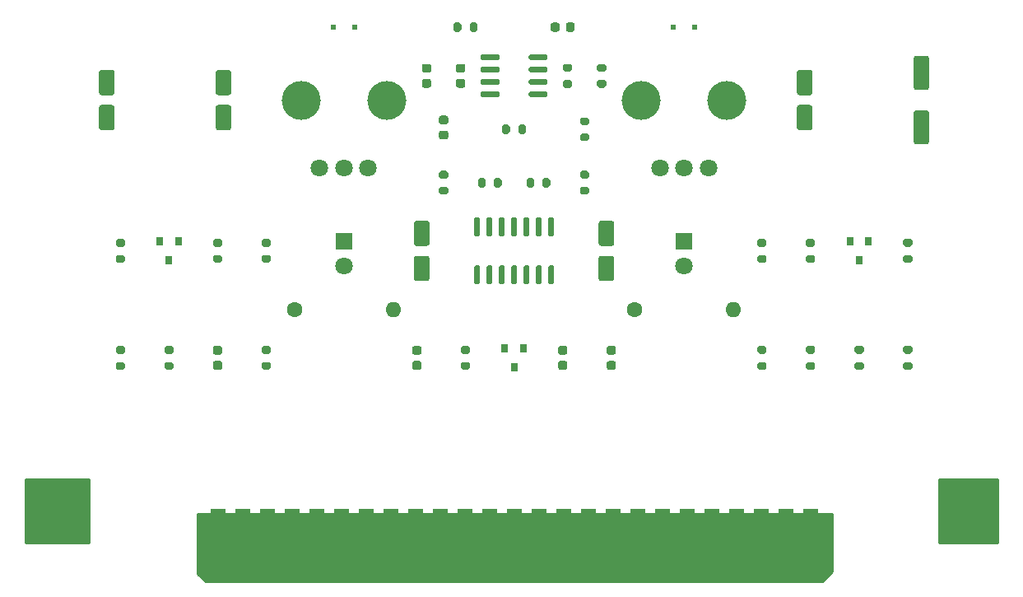
<source format=gbr>
G04 #@! TF.GenerationSoftware,KiCad,Pcbnew,(5.1.7)-1*
G04 #@! TF.CreationDate,2022-03-27T19:42:16-05:00*
G04 #@! TF.ProjectId,ConsolePedalBlueSoxSMT,436f6e73-6f6c-4655-9065-64616c426c75,rev?*
G04 #@! TF.SameCoordinates,Original*
G04 #@! TF.FileFunction,Soldermask,Top*
G04 #@! TF.FilePolarity,Negative*
%FSLAX46Y46*%
G04 Gerber Fmt 4.6, Leading zero omitted, Abs format (unit mm)*
G04 Created by KiCad (PCBNEW (5.1.7)-1) date 2022-03-27 19:42:16*
%MOMM*%
%LPD*%
G01*
G04 APERTURE LIST*
%ADD10C,1.600000*%
%ADD11O,1.600000X1.600000*%
%ADD12R,1.800000X1.800000*%
%ADD13C,1.800000*%
%ADD14C,5.000000*%
%ADD15R,1.500000X7.000000*%
%ADD16C,4.000000*%
%ADD17R,0.500000X0.500000*%
%ADD18R,0.800000X0.900000*%
%ADD19C,0.254000*%
%ADD20C,0.100000*%
G04 APERTURE END LIST*
D10*
G04 #@! TO.C,R21*
X110170000Y-102000000D03*
D11*
X120330000Y-102000000D03*
G04 #@! TD*
D12*
G04 #@! TO.C,D3*
X115250000Y-95000000D03*
D13*
X115250000Y-97540000D03*
G04 #@! TD*
G04 #@! TO.C,D4*
X150250000Y-97540000D03*
D12*
X150250000Y-95000000D03*
G04 #@! TD*
D14*
G04 #@! TO.C,H1*
X85350000Y-122600000D03*
G04 #@! TD*
G04 #@! TO.C,H2*
X180150000Y-122600000D03*
G04 #@! TD*
D15*
G04 #@! TO.C,J1*
X163230000Y-126000000D03*
X160690000Y-126000000D03*
X158150000Y-126000000D03*
X155610000Y-126000000D03*
X153070000Y-126000000D03*
X150530000Y-126000000D03*
X147990000Y-126000000D03*
X145450000Y-126000000D03*
X142910000Y-126000000D03*
X140370000Y-126000000D03*
X137830000Y-126000000D03*
X135290000Y-126000000D03*
X132750000Y-126000000D03*
X130210000Y-126000000D03*
X127670000Y-126000000D03*
X125130000Y-126000000D03*
X122590000Y-126000000D03*
X120050000Y-126000000D03*
X117510000Y-126000000D03*
X114970000Y-126000000D03*
X112430000Y-126000000D03*
X109890000Y-126000000D03*
X107350000Y-126000000D03*
X104810000Y-126000000D03*
X102270000Y-126000000D03*
G04 #@! TD*
D13*
G04 #@! TO.C,RV1*
X147750000Y-87500000D03*
X150250000Y-87500000D03*
X152750000Y-87500000D03*
D16*
X145850000Y-80500000D03*
X154650000Y-80500000D03*
G04 #@! TD*
G04 #@! TO.C,RV2*
X119650000Y-80500000D03*
X110850000Y-80500000D03*
D13*
X117750000Y-87500000D03*
X115250000Y-87500000D03*
X112750000Y-87500000D03*
G04 #@! TD*
G04 #@! TO.C,C1*
G36*
G01*
X102000000Y-105775000D02*
X102500000Y-105775000D01*
G75*
G02*
X102725000Y-106000000I0J-225000D01*
G01*
X102725000Y-106450000D01*
G75*
G02*
X102500000Y-106675000I-225000J0D01*
G01*
X102000000Y-106675000D01*
G75*
G02*
X101775000Y-106450000I0J225000D01*
G01*
X101775000Y-106000000D01*
G75*
G02*
X102000000Y-105775000I225000J0D01*
G01*
G37*
G36*
G01*
X102000000Y-107325000D02*
X102500000Y-107325000D01*
G75*
G02*
X102725000Y-107550000I0J-225000D01*
G01*
X102725000Y-108000000D01*
G75*
G02*
X102500000Y-108225000I-225000J0D01*
G01*
X102000000Y-108225000D01*
G75*
G02*
X101775000Y-108000000I0J225000D01*
G01*
X101775000Y-107550000D01*
G75*
G02*
X102000000Y-107325000I225000J0D01*
G01*
G37*
G04 #@! TD*
G04 #@! TO.C,C2*
G36*
G01*
X125750000Y-82987000D02*
X125250000Y-82987000D01*
G75*
G02*
X125025000Y-82762000I0J225000D01*
G01*
X125025000Y-82312000D01*
G75*
G02*
X125250000Y-82087000I225000J0D01*
G01*
X125750000Y-82087000D01*
G75*
G02*
X125975000Y-82312000I0J-225000D01*
G01*
X125975000Y-82762000D01*
G75*
G02*
X125750000Y-82987000I-225000J0D01*
G01*
G37*
G36*
G01*
X125750000Y-84537000D02*
X125250000Y-84537000D01*
G75*
G02*
X125025000Y-84312000I0J225000D01*
G01*
X125025000Y-83862000D01*
G75*
G02*
X125250000Y-83637000I225000J0D01*
G01*
X125750000Y-83637000D01*
G75*
G02*
X125975000Y-83862000I0J-225000D01*
G01*
X125975000Y-84312000D01*
G75*
G02*
X125750000Y-84537000I-225000J0D01*
G01*
G37*
G04 #@! TD*
G04 #@! TO.C,C3*
G36*
G01*
X124000000Y-79225000D02*
X123500000Y-79225000D01*
G75*
G02*
X123275000Y-79000000I0J225000D01*
G01*
X123275000Y-78550000D01*
G75*
G02*
X123500000Y-78325000I225000J0D01*
G01*
X124000000Y-78325000D01*
G75*
G02*
X124225000Y-78550000I0J-225000D01*
G01*
X124225000Y-79000000D01*
G75*
G02*
X124000000Y-79225000I-225000J0D01*
G01*
G37*
G36*
G01*
X124000000Y-77675000D02*
X123500000Y-77675000D01*
G75*
G02*
X123275000Y-77450000I0J225000D01*
G01*
X123275000Y-77000000D01*
G75*
G02*
X123500000Y-76775000I225000J0D01*
G01*
X124000000Y-76775000D01*
G75*
G02*
X124225000Y-77000000I0J-225000D01*
G01*
X124225000Y-77450000D01*
G75*
G02*
X124000000Y-77675000I-225000J0D01*
G01*
G37*
G04 #@! TD*
G04 #@! TO.C,C4*
G36*
G01*
X102300000Y-77400000D02*
X103400000Y-77400000D01*
G75*
G02*
X103650000Y-77650000I0J-250000D01*
G01*
X103650000Y-79750000D01*
G75*
G02*
X103400000Y-80000000I-250000J0D01*
G01*
X102300000Y-80000000D01*
G75*
G02*
X102050000Y-79750000I0J250000D01*
G01*
X102050000Y-77650000D01*
G75*
G02*
X102300000Y-77400000I250000J0D01*
G01*
G37*
G36*
G01*
X102300000Y-81000000D02*
X103400000Y-81000000D01*
G75*
G02*
X103650000Y-81250000I0J-250000D01*
G01*
X103650000Y-83350000D01*
G75*
G02*
X103400000Y-83600000I-250000J0D01*
G01*
X102300000Y-83600000D01*
G75*
G02*
X102050000Y-83350000I0J250000D01*
G01*
X102050000Y-81250000D01*
G75*
G02*
X102300000Y-81000000I250000J0D01*
G01*
G37*
G04 #@! TD*
G04 #@! TO.C,C5*
G36*
G01*
X138075000Y-73250000D02*
X138075000Y-72750000D01*
G75*
G02*
X138300000Y-72525000I225000J0D01*
G01*
X138750000Y-72525000D01*
G75*
G02*
X138975000Y-72750000I0J-225000D01*
G01*
X138975000Y-73250000D01*
G75*
G02*
X138750000Y-73475000I-225000J0D01*
G01*
X138300000Y-73475000D01*
G75*
G02*
X138075000Y-73250000I0J225000D01*
G01*
G37*
G36*
G01*
X136525000Y-73250000D02*
X136525000Y-72750000D01*
G75*
G02*
X136750000Y-72525000I225000J0D01*
G01*
X137200000Y-72525000D01*
G75*
G02*
X137425000Y-72750000I0J-225000D01*
G01*
X137425000Y-73250000D01*
G75*
G02*
X137200000Y-73475000I-225000J0D01*
G01*
X136750000Y-73475000D01*
G75*
G02*
X136525000Y-73250000I0J225000D01*
G01*
G37*
G04 #@! TD*
G04 #@! TO.C,C6*
G36*
G01*
X90300000Y-81000000D02*
X91400000Y-81000000D01*
G75*
G02*
X91650000Y-81250000I0J-250000D01*
G01*
X91650000Y-83350000D01*
G75*
G02*
X91400000Y-83600000I-250000J0D01*
G01*
X90300000Y-83600000D01*
G75*
G02*
X90050000Y-83350000I0J250000D01*
G01*
X90050000Y-81250000D01*
G75*
G02*
X90300000Y-81000000I250000J0D01*
G01*
G37*
G36*
G01*
X90300000Y-77400000D02*
X91400000Y-77400000D01*
G75*
G02*
X91650000Y-77650000I0J-250000D01*
G01*
X91650000Y-79750000D01*
G75*
G02*
X91400000Y-80000000I-250000J0D01*
G01*
X90300000Y-80000000D01*
G75*
G02*
X90050000Y-79750000I0J250000D01*
G01*
X90050000Y-77650000D01*
G75*
G02*
X90300000Y-77400000I250000J0D01*
G01*
G37*
G04 #@! TD*
G04 #@! TO.C,C7*
G36*
G01*
X162100000Y-77400000D02*
X163200000Y-77400000D01*
G75*
G02*
X163450000Y-77650000I0J-250000D01*
G01*
X163450000Y-79750000D01*
G75*
G02*
X163200000Y-80000000I-250000J0D01*
G01*
X162100000Y-80000000D01*
G75*
G02*
X161850000Y-79750000I0J250000D01*
G01*
X161850000Y-77650000D01*
G75*
G02*
X162100000Y-77400000I250000J0D01*
G01*
G37*
G36*
G01*
X162100000Y-81000000D02*
X163200000Y-81000000D01*
G75*
G02*
X163450000Y-81250000I0J-250000D01*
G01*
X163450000Y-83350000D01*
G75*
G02*
X163200000Y-83600000I-250000J0D01*
G01*
X162100000Y-83600000D01*
G75*
G02*
X161850000Y-83350000I0J250000D01*
G01*
X161850000Y-81250000D01*
G75*
G02*
X162100000Y-81000000I250000J0D01*
G01*
G37*
G04 #@! TD*
G04 #@! TO.C,C8*
G36*
G01*
X138000000Y-106675000D02*
X137500000Y-106675000D01*
G75*
G02*
X137275000Y-106450000I0J225000D01*
G01*
X137275000Y-106000000D01*
G75*
G02*
X137500000Y-105775000I225000J0D01*
G01*
X138000000Y-105775000D01*
G75*
G02*
X138225000Y-106000000I0J-225000D01*
G01*
X138225000Y-106450000D01*
G75*
G02*
X138000000Y-106675000I-225000J0D01*
G01*
G37*
G36*
G01*
X138000000Y-108225000D02*
X137500000Y-108225000D01*
G75*
G02*
X137275000Y-108000000I0J225000D01*
G01*
X137275000Y-107550000D01*
G75*
G02*
X137500000Y-107325000I225000J0D01*
G01*
X138000000Y-107325000D01*
G75*
G02*
X138225000Y-107550000I0J-225000D01*
G01*
X138225000Y-108000000D01*
G75*
G02*
X138000000Y-108225000I-225000J0D01*
G01*
G37*
G04 #@! TD*
G04 #@! TO.C,C9*
G36*
G01*
X142500000Y-105775000D02*
X143000000Y-105775000D01*
G75*
G02*
X143225000Y-106000000I0J-225000D01*
G01*
X143225000Y-106450000D01*
G75*
G02*
X143000000Y-106675000I-225000J0D01*
G01*
X142500000Y-106675000D01*
G75*
G02*
X142275000Y-106450000I0J225000D01*
G01*
X142275000Y-106000000D01*
G75*
G02*
X142500000Y-105775000I225000J0D01*
G01*
G37*
G36*
G01*
X142500000Y-107325000D02*
X143000000Y-107325000D01*
G75*
G02*
X143225000Y-107550000I0J-225000D01*
G01*
X143225000Y-108000000D01*
G75*
G02*
X143000000Y-108225000I-225000J0D01*
G01*
X142500000Y-108225000D01*
G75*
G02*
X142275000Y-108000000I0J225000D01*
G01*
X142275000Y-107550000D01*
G75*
G02*
X142500000Y-107325000I225000J0D01*
G01*
G37*
G04 #@! TD*
G04 #@! TO.C,C10*
G36*
G01*
X127500000Y-77675000D02*
X127000000Y-77675000D01*
G75*
G02*
X126775000Y-77450000I0J225000D01*
G01*
X126775000Y-77000000D01*
G75*
G02*
X127000000Y-76775000I225000J0D01*
G01*
X127500000Y-76775000D01*
G75*
G02*
X127725000Y-77000000I0J-225000D01*
G01*
X127725000Y-77450000D01*
G75*
G02*
X127500000Y-77675000I-225000J0D01*
G01*
G37*
G36*
G01*
X127500000Y-79225000D02*
X127000000Y-79225000D01*
G75*
G02*
X126775000Y-79000000I0J225000D01*
G01*
X126775000Y-78550000D01*
G75*
G02*
X127000000Y-78325000I225000J0D01*
G01*
X127500000Y-78325000D01*
G75*
G02*
X127725000Y-78550000I0J-225000D01*
G01*
X127725000Y-79000000D01*
G75*
G02*
X127500000Y-79225000I-225000J0D01*
G01*
G37*
G04 #@! TD*
G04 #@! TO.C,C100*
G36*
G01*
X174100000Y-75950000D02*
X175200000Y-75950000D01*
G75*
G02*
X175450000Y-76200000I0J-250000D01*
G01*
X175450000Y-79200000D01*
G75*
G02*
X175200000Y-79450000I-250000J0D01*
G01*
X174100000Y-79450000D01*
G75*
G02*
X173850000Y-79200000I0J250000D01*
G01*
X173850000Y-76200000D01*
G75*
G02*
X174100000Y-75950000I250000J0D01*
G01*
G37*
G36*
G01*
X174100000Y-81550000D02*
X175200000Y-81550000D01*
G75*
G02*
X175450000Y-81800000I0J-250000D01*
G01*
X175450000Y-84800000D01*
G75*
G02*
X175200000Y-85050000I-250000J0D01*
G01*
X174100000Y-85050000D01*
G75*
G02*
X173850000Y-84800000I0J250000D01*
G01*
X173850000Y-81800000D01*
G75*
G02*
X174100000Y-81550000I250000J0D01*
G01*
G37*
G04 #@! TD*
G04 #@! TO.C,C101*
G36*
G01*
X122700000Y-96500000D02*
X123800000Y-96500000D01*
G75*
G02*
X124050000Y-96750000I0J-250000D01*
G01*
X124050000Y-98850000D01*
G75*
G02*
X123800000Y-99100000I-250000J0D01*
G01*
X122700000Y-99100000D01*
G75*
G02*
X122450000Y-98850000I0J250000D01*
G01*
X122450000Y-96750000D01*
G75*
G02*
X122700000Y-96500000I250000J0D01*
G01*
G37*
G36*
G01*
X122700000Y-92900000D02*
X123800000Y-92900000D01*
G75*
G02*
X124050000Y-93150000I0J-250000D01*
G01*
X124050000Y-95250000D01*
G75*
G02*
X123800000Y-95500000I-250000J0D01*
G01*
X122700000Y-95500000D01*
G75*
G02*
X122450000Y-95250000I0J250000D01*
G01*
X122450000Y-93150000D01*
G75*
G02*
X122700000Y-92900000I250000J0D01*
G01*
G37*
G04 #@! TD*
G04 #@! TO.C,C102*
G36*
G01*
X141700000Y-92900000D02*
X142800000Y-92900000D01*
G75*
G02*
X143050000Y-93150000I0J-250000D01*
G01*
X143050000Y-95250000D01*
G75*
G02*
X142800000Y-95500000I-250000J0D01*
G01*
X141700000Y-95500000D01*
G75*
G02*
X141450000Y-95250000I0J250000D01*
G01*
X141450000Y-93150000D01*
G75*
G02*
X141700000Y-92900000I250000J0D01*
G01*
G37*
G36*
G01*
X141700000Y-96500000D02*
X142800000Y-96500000D01*
G75*
G02*
X143050000Y-96750000I0J-250000D01*
G01*
X143050000Y-98850000D01*
G75*
G02*
X142800000Y-99100000I-250000J0D01*
G01*
X141700000Y-99100000D01*
G75*
G02*
X141450000Y-98850000I0J250000D01*
G01*
X141450000Y-96750000D01*
G75*
G02*
X141700000Y-96500000I250000J0D01*
G01*
G37*
G04 #@! TD*
G04 #@! TO.C,C103*
G36*
G01*
X123000000Y-108225000D02*
X122500000Y-108225000D01*
G75*
G02*
X122275000Y-108000000I0J225000D01*
G01*
X122275000Y-107550000D01*
G75*
G02*
X122500000Y-107325000I225000J0D01*
G01*
X123000000Y-107325000D01*
G75*
G02*
X123225000Y-107550000I0J-225000D01*
G01*
X123225000Y-108000000D01*
G75*
G02*
X123000000Y-108225000I-225000J0D01*
G01*
G37*
G36*
G01*
X123000000Y-106675000D02*
X122500000Y-106675000D01*
G75*
G02*
X122275000Y-106450000I0J225000D01*
G01*
X122275000Y-106000000D01*
G75*
G02*
X122500000Y-105775000I225000J0D01*
G01*
X123000000Y-105775000D01*
G75*
G02*
X123225000Y-106000000I0J-225000D01*
G01*
X123225000Y-106450000D01*
G75*
G02*
X123000000Y-106675000I-225000J0D01*
G01*
G37*
G04 #@! TD*
D17*
G04 #@! TO.C,D1*
X149150000Y-73000000D03*
X151350000Y-73000000D03*
G04 #@! TD*
G04 #@! TO.C,D2*
X114150000Y-73000000D03*
X116350000Y-73000000D03*
G04 #@! TD*
G04 #@! TO.C,IC1*
G36*
G01*
X129090000Y-99450000D02*
X128790000Y-99450000D01*
G75*
G02*
X128640000Y-99300000I0J150000D01*
G01*
X128640000Y-97650000D01*
G75*
G02*
X128790000Y-97500000I150000J0D01*
G01*
X129090000Y-97500000D01*
G75*
G02*
X129240000Y-97650000I0J-150000D01*
G01*
X129240000Y-99300000D01*
G75*
G02*
X129090000Y-99450000I-150000J0D01*
G01*
G37*
G36*
G01*
X130360000Y-99450000D02*
X130060000Y-99450000D01*
G75*
G02*
X129910000Y-99300000I0J150000D01*
G01*
X129910000Y-97650000D01*
G75*
G02*
X130060000Y-97500000I150000J0D01*
G01*
X130360000Y-97500000D01*
G75*
G02*
X130510000Y-97650000I0J-150000D01*
G01*
X130510000Y-99300000D01*
G75*
G02*
X130360000Y-99450000I-150000J0D01*
G01*
G37*
G36*
G01*
X131630000Y-99450000D02*
X131330000Y-99450000D01*
G75*
G02*
X131180000Y-99300000I0J150000D01*
G01*
X131180000Y-97650000D01*
G75*
G02*
X131330000Y-97500000I150000J0D01*
G01*
X131630000Y-97500000D01*
G75*
G02*
X131780000Y-97650000I0J-150000D01*
G01*
X131780000Y-99300000D01*
G75*
G02*
X131630000Y-99450000I-150000J0D01*
G01*
G37*
G36*
G01*
X132900000Y-99450000D02*
X132600000Y-99450000D01*
G75*
G02*
X132450000Y-99300000I0J150000D01*
G01*
X132450000Y-97650000D01*
G75*
G02*
X132600000Y-97500000I150000J0D01*
G01*
X132900000Y-97500000D01*
G75*
G02*
X133050000Y-97650000I0J-150000D01*
G01*
X133050000Y-99300000D01*
G75*
G02*
X132900000Y-99450000I-150000J0D01*
G01*
G37*
G36*
G01*
X134170000Y-99450000D02*
X133870000Y-99450000D01*
G75*
G02*
X133720000Y-99300000I0J150000D01*
G01*
X133720000Y-97650000D01*
G75*
G02*
X133870000Y-97500000I150000J0D01*
G01*
X134170000Y-97500000D01*
G75*
G02*
X134320000Y-97650000I0J-150000D01*
G01*
X134320000Y-99300000D01*
G75*
G02*
X134170000Y-99450000I-150000J0D01*
G01*
G37*
G36*
G01*
X135440000Y-99450000D02*
X135140000Y-99450000D01*
G75*
G02*
X134990000Y-99300000I0J150000D01*
G01*
X134990000Y-97650000D01*
G75*
G02*
X135140000Y-97500000I150000J0D01*
G01*
X135440000Y-97500000D01*
G75*
G02*
X135590000Y-97650000I0J-150000D01*
G01*
X135590000Y-99300000D01*
G75*
G02*
X135440000Y-99450000I-150000J0D01*
G01*
G37*
G36*
G01*
X136710000Y-99450000D02*
X136410000Y-99450000D01*
G75*
G02*
X136260000Y-99300000I0J150000D01*
G01*
X136260000Y-97650000D01*
G75*
G02*
X136410000Y-97500000I150000J0D01*
G01*
X136710000Y-97500000D01*
G75*
G02*
X136860000Y-97650000I0J-150000D01*
G01*
X136860000Y-99300000D01*
G75*
G02*
X136710000Y-99450000I-150000J0D01*
G01*
G37*
G36*
G01*
X136710000Y-94500000D02*
X136410000Y-94500000D01*
G75*
G02*
X136260000Y-94350000I0J150000D01*
G01*
X136260000Y-92700000D01*
G75*
G02*
X136410000Y-92550000I150000J0D01*
G01*
X136710000Y-92550000D01*
G75*
G02*
X136860000Y-92700000I0J-150000D01*
G01*
X136860000Y-94350000D01*
G75*
G02*
X136710000Y-94500000I-150000J0D01*
G01*
G37*
G36*
G01*
X135440000Y-94500000D02*
X135140000Y-94500000D01*
G75*
G02*
X134990000Y-94350000I0J150000D01*
G01*
X134990000Y-92700000D01*
G75*
G02*
X135140000Y-92550000I150000J0D01*
G01*
X135440000Y-92550000D01*
G75*
G02*
X135590000Y-92700000I0J-150000D01*
G01*
X135590000Y-94350000D01*
G75*
G02*
X135440000Y-94500000I-150000J0D01*
G01*
G37*
G36*
G01*
X134170000Y-94500000D02*
X133870000Y-94500000D01*
G75*
G02*
X133720000Y-94350000I0J150000D01*
G01*
X133720000Y-92700000D01*
G75*
G02*
X133870000Y-92550000I150000J0D01*
G01*
X134170000Y-92550000D01*
G75*
G02*
X134320000Y-92700000I0J-150000D01*
G01*
X134320000Y-94350000D01*
G75*
G02*
X134170000Y-94500000I-150000J0D01*
G01*
G37*
G36*
G01*
X132900000Y-94500000D02*
X132600000Y-94500000D01*
G75*
G02*
X132450000Y-94350000I0J150000D01*
G01*
X132450000Y-92700000D01*
G75*
G02*
X132600000Y-92550000I150000J0D01*
G01*
X132900000Y-92550000D01*
G75*
G02*
X133050000Y-92700000I0J-150000D01*
G01*
X133050000Y-94350000D01*
G75*
G02*
X132900000Y-94500000I-150000J0D01*
G01*
G37*
G36*
G01*
X131630000Y-94500000D02*
X131330000Y-94500000D01*
G75*
G02*
X131180000Y-94350000I0J150000D01*
G01*
X131180000Y-92700000D01*
G75*
G02*
X131330000Y-92550000I150000J0D01*
G01*
X131630000Y-92550000D01*
G75*
G02*
X131780000Y-92700000I0J-150000D01*
G01*
X131780000Y-94350000D01*
G75*
G02*
X131630000Y-94500000I-150000J0D01*
G01*
G37*
G36*
G01*
X130360000Y-94500000D02*
X130060000Y-94500000D01*
G75*
G02*
X129910000Y-94350000I0J150000D01*
G01*
X129910000Y-92700000D01*
G75*
G02*
X130060000Y-92550000I150000J0D01*
G01*
X130360000Y-92550000D01*
G75*
G02*
X130510000Y-92700000I0J-150000D01*
G01*
X130510000Y-94350000D01*
G75*
G02*
X130360000Y-94500000I-150000J0D01*
G01*
G37*
G36*
G01*
X129090000Y-94500000D02*
X128790000Y-94500000D01*
G75*
G02*
X128640000Y-94350000I0J150000D01*
G01*
X128640000Y-92700000D01*
G75*
G02*
X128790000Y-92550000I150000J0D01*
G01*
X129090000Y-92550000D01*
G75*
G02*
X129240000Y-92700000I0J-150000D01*
G01*
X129240000Y-94350000D01*
G75*
G02*
X129090000Y-94500000I-150000J0D01*
G01*
G37*
G04 #@! TD*
D18*
G04 #@! TO.C,Q1*
X97250000Y-97000000D03*
X96300000Y-95000000D03*
X98200000Y-95000000D03*
G04 #@! TD*
G04 #@! TO.C,Q2*
X133700000Y-106000000D03*
X131800000Y-106000000D03*
X132750000Y-108000000D03*
G04 #@! TD*
G04 #@! TO.C,Q3*
X169200000Y-95000000D03*
X167300000Y-95000000D03*
X168250000Y-97000000D03*
G04 #@! TD*
G04 #@! TO.C,R1*
G36*
G01*
X92525000Y-106575000D02*
X91975000Y-106575000D01*
G75*
G02*
X91775000Y-106375000I0J200000D01*
G01*
X91775000Y-105975000D01*
G75*
G02*
X91975000Y-105775000I200000J0D01*
G01*
X92525000Y-105775000D01*
G75*
G02*
X92725000Y-105975000I0J-200000D01*
G01*
X92725000Y-106375000D01*
G75*
G02*
X92525000Y-106575000I-200000J0D01*
G01*
G37*
G36*
G01*
X92525000Y-108225000D02*
X91975000Y-108225000D01*
G75*
G02*
X91775000Y-108025000I0J200000D01*
G01*
X91775000Y-107625000D01*
G75*
G02*
X91975000Y-107425000I200000J0D01*
G01*
X92525000Y-107425000D01*
G75*
G02*
X92725000Y-107625000I0J-200000D01*
G01*
X92725000Y-108025000D01*
G75*
G02*
X92525000Y-108225000I-200000J0D01*
G01*
G37*
G04 #@! TD*
G04 #@! TO.C,R2*
G36*
G01*
X96975000Y-105775000D02*
X97525000Y-105775000D01*
G75*
G02*
X97725000Y-105975000I0J-200000D01*
G01*
X97725000Y-106375000D01*
G75*
G02*
X97525000Y-106575000I-200000J0D01*
G01*
X96975000Y-106575000D01*
G75*
G02*
X96775000Y-106375000I0J200000D01*
G01*
X96775000Y-105975000D01*
G75*
G02*
X96975000Y-105775000I200000J0D01*
G01*
G37*
G36*
G01*
X96975000Y-107425000D02*
X97525000Y-107425000D01*
G75*
G02*
X97725000Y-107625000I0J-200000D01*
G01*
X97725000Y-108025000D01*
G75*
G02*
X97525000Y-108225000I-200000J0D01*
G01*
X96975000Y-108225000D01*
G75*
G02*
X96775000Y-108025000I0J200000D01*
G01*
X96775000Y-107625000D01*
G75*
G02*
X96975000Y-107425000I200000J0D01*
G01*
G37*
G04 #@! TD*
G04 #@! TO.C,R3*
G36*
G01*
X102525000Y-97225000D02*
X101975000Y-97225000D01*
G75*
G02*
X101775000Y-97025000I0J200000D01*
G01*
X101775000Y-96625000D01*
G75*
G02*
X101975000Y-96425000I200000J0D01*
G01*
X102525000Y-96425000D01*
G75*
G02*
X102725000Y-96625000I0J-200000D01*
G01*
X102725000Y-97025000D01*
G75*
G02*
X102525000Y-97225000I-200000J0D01*
G01*
G37*
G36*
G01*
X102525000Y-95575000D02*
X101975000Y-95575000D01*
G75*
G02*
X101775000Y-95375000I0J200000D01*
G01*
X101775000Y-94975000D01*
G75*
G02*
X101975000Y-94775000I200000J0D01*
G01*
X102525000Y-94775000D01*
G75*
G02*
X102725000Y-94975000I0J-200000D01*
G01*
X102725000Y-95375000D01*
G75*
G02*
X102525000Y-95575000I-200000J0D01*
G01*
G37*
G04 #@! TD*
G04 #@! TO.C,R4*
G36*
G01*
X106975000Y-105775000D02*
X107525000Y-105775000D01*
G75*
G02*
X107725000Y-105975000I0J-200000D01*
G01*
X107725000Y-106375000D01*
G75*
G02*
X107525000Y-106575000I-200000J0D01*
G01*
X106975000Y-106575000D01*
G75*
G02*
X106775000Y-106375000I0J200000D01*
G01*
X106775000Y-105975000D01*
G75*
G02*
X106975000Y-105775000I200000J0D01*
G01*
G37*
G36*
G01*
X106975000Y-107425000D02*
X107525000Y-107425000D01*
G75*
G02*
X107725000Y-107625000I0J-200000D01*
G01*
X107725000Y-108025000D01*
G75*
G02*
X107525000Y-108225000I-200000J0D01*
G01*
X106975000Y-108225000D01*
G75*
G02*
X106775000Y-108025000I0J200000D01*
G01*
X106775000Y-107625000D01*
G75*
G02*
X106975000Y-107425000I200000J0D01*
G01*
G37*
G04 #@! TD*
G04 #@! TO.C,R5*
G36*
G01*
X126525000Y-73275000D02*
X126525000Y-72725000D01*
G75*
G02*
X126725000Y-72525000I200000J0D01*
G01*
X127125000Y-72525000D01*
G75*
G02*
X127325000Y-72725000I0J-200000D01*
G01*
X127325000Y-73275000D01*
G75*
G02*
X127125000Y-73475000I-200000J0D01*
G01*
X126725000Y-73475000D01*
G75*
G02*
X126525000Y-73275000I0J200000D01*
G01*
G37*
G36*
G01*
X128175000Y-73275000D02*
X128175000Y-72725000D01*
G75*
G02*
X128375000Y-72525000I200000J0D01*
G01*
X128775000Y-72525000D01*
G75*
G02*
X128975000Y-72725000I0J-200000D01*
G01*
X128975000Y-73275000D01*
G75*
G02*
X128775000Y-73475000I-200000J0D01*
G01*
X128375000Y-73475000D01*
G75*
G02*
X128175000Y-73275000I0J200000D01*
G01*
G37*
G04 #@! TD*
G04 #@! TO.C,R6*
G36*
G01*
X133975000Y-83225000D02*
X133975000Y-83775000D01*
G75*
G02*
X133775000Y-83975000I-200000J0D01*
G01*
X133375000Y-83975000D01*
G75*
G02*
X133175000Y-83775000I0J200000D01*
G01*
X133175000Y-83225000D01*
G75*
G02*
X133375000Y-83025000I200000J0D01*
G01*
X133775000Y-83025000D01*
G75*
G02*
X133975000Y-83225000I0J-200000D01*
G01*
G37*
G36*
G01*
X132325000Y-83225000D02*
X132325000Y-83775000D01*
G75*
G02*
X132125000Y-83975000I-200000J0D01*
G01*
X131725000Y-83975000D01*
G75*
G02*
X131525000Y-83775000I0J200000D01*
G01*
X131525000Y-83225000D01*
G75*
G02*
X131725000Y-83025000I200000J0D01*
G01*
X132125000Y-83025000D01*
G75*
G02*
X132325000Y-83225000I0J-200000D01*
G01*
G37*
G04 #@! TD*
G04 #@! TO.C,R7*
G36*
G01*
X138525000Y-77575000D02*
X137975000Y-77575000D01*
G75*
G02*
X137775000Y-77375000I0J200000D01*
G01*
X137775000Y-76975000D01*
G75*
G02*
X137975000Y-76775000I200000J0D01*
G01*
X138525000Y-76775000D01*
G75*
G02*
X138725000Y-76975000I0J-200000D01*
G01*
X138725000Y-77375000D01*
G75*
G02*
X138525000Y-77575000I-200000J0D01*
G01*
G37*
G36*
G01*
X138525000Y-79225000D02*
X137975000Y-79225000D01*
G75*
G02*
X137775000Y-79025000I0J200000D01*
G01*
X137775000Y-78625000D01*
G75*
G02*
X137975000Y-78425000I200000J0D01*
G01*
X138525000Y-78425000D01*
G75*
G02*
X138725000Y-78625000I0J-200000D01*
G01*
X138725000Y-79025000D01*
G75*
G02*
X138525000Y-79225000I-200000J0D01*
G01*
G37*
G04 #@! TD*
G04 #@! TO.C,R8*
G36*
G01*
X141475000Y-76775000D02*
X142025000Y-76775000D01*
G75*
G02*
X142225000Y-76975000I0J-200000D01*
G01*
X142225000Y-77375000D01*
G75*
G02*
X142025000Y-77575000I-200000J0D01*
G01*
X141475000Y-77575000D01*
G75*
G02*
X141275000Y-77375000I0J200000D01*
G01*
X141275000Y-76975000D01*
G75*
G02*
X141475000Y-76775000I200000J0D01*
G01*
G37*
G36*
G01*
X141475000Y-78425000D02*
X142025000Y-78425000D01*
G75*
G02*
X142225000Y-78625000I0J-200000D01*
G01*
X142225000Y-79025000D01*
G75*
G02*
X142025000Y-79225000I-200000J0D01*
G01*
X141475000Y-79225000D01*
G75*
G02*
X141275000Y-79025000I0J200000D01*
G01*
X141275000Y-78625000D01*
G75*
G02*
X141475000Y-78425000I200000J0D01*
G01*
G37*
G04 #@! TD*
G04 #@! TO.C,R9*
G36*
G01*
X106975000Y-96425000D02*
X107525000Y-96425000D01*
G75*
G02*
X107725000Y-96625000I0J-200000D01*
G01*
X107725000Y-97025000D01*
G75*
G02*
X107525000Y-97225000I-200000J0D01*
G01*
X106975000Y-97225000D01*
G75*
G02*
X106775000Y-97025000I0J200000D01*
G01*
X106775000Y-96625000D01*
G75*
G02*
X106975000Y-96425000I200000J0D01*
G01*
G37*
G36*
G01*
X106975000Y-94775000D02*
X107525000Y-94775000D01*
G75*
G02*
X107725000Y-94975000I0J-200000D01*
G01*
X107725000Y-95375000D01*
G75*
G02*
X107525000Y-95575000I-200000J0D01*
G01*
X106975000Y-95575000D01*
G75*
G02*
X106775000Y-95375000I0J200000D01*
G01*
X106775000Y-94975000D01*
G75*
G02*
X106975000Y-94775000I200000J0D01*
G01*
G37*
G04 #@! TD*
G04 #@! TO.C,R10*
G36*
G01*
X91975000Y-94775000D02*
X92525000Y-94775000D01*
G75*
G02*
X92725000Y-94975000I0J-200000D01*
G01*
X92725000Y-95375000D01*
G75*
G02*
X92525000Y-95575000I-200000J0D01*
G01*
X91975000Y-95575000D01*
G75*
G02*
X91775000Y-95375000I0J200000D01*
G01*
X91775000Y-94975000D01*
G75*
G02*
X91975000Y-94775000I200000J0D01*
G01*
G37*
G36*
G01*
X91975000Y-96425000D02*
X92525000Y-96425000D01*
G75*
G02*
X92725000Y-96625000I0J-200000D01*
G01*
X92725000Y-97025000D01*
G75*
G02*
X92525000Y-97225000I-200000J0D01*
G01*
X91975000Y-97225000D01*
G75*
G02*
X91775000Y-97025000I0J200000D01*
G01*
X91775000Y-96625000D01*
G75*
G02*
X91975000Y-96425000I200000J0D01*
G01*
G37*
G04 #@! TD*
G04 #@! TO.C,R11*
G36*
G01*
X139725000Y-83925000D02*
X140275000Y-83925000D01*
G75*
G02*
X140475000Y-84125000I0J-200000D01*
G01*
X140475000Y-84525000D01*
G75*
G02*
X140275000Y-84725000I-200000J0D01*
G01*
X139725000Y-84725000D01*
G75*
G02*
X139525000Y-84525000I0J200000D01*
G01*
X139525000Y-84125000D01*
G75*
G02*
X139725000Y-83925000I200000J0D01*
G01*
G37*
G36*
G01*
X139725000Y-82275000D02*
X140275000Y-82275000D01*
G75*
G02*
X140475000Y-82475000I0J-200000D01*
G01*
X140475000Y-82875000D01*
G75*
G02*
X140275000Y-83075000I-200000J0D01*
G01*
X139725000Y-83075000D01*
G75*
G02*
X139525000Y-82875000I0J200000D01*
G01*
X139525000Y-82475000D01*
G75*
G02*
X139725000Y-82275000I200000J0D01*
G01*
G37*
G04 #@! TD*
G04 #@! TO.C,R12*
G36*
G01*
X139725000Y-89425000D02*
X140275000Y-89425000D01*
G75*
G02*
X140475000Y-89625000I0J-200000D01*
G01*
X140475000Y-90025000D01*
G75*
G02*
X140275000Y-90225000I-200000J0D01*
G01*
X139725000Y-90225000D01*
G75*
G02*
X139525000Y-90025000I0J200000D01*
G01*
X139525000Y-89625000D01*
G75*
G02*
X139725000Y-89425000I200000J0D01*
G01*
G37*
G36*
G01*
X139725000Y-87775000D02*
X140275000Y-87775000D01*
G75*
G02*
X140475000Y-87975000I0J-200000D01*
G01*
X140475000Y-88375000D01*
G75*
G02*
X140275000Y-88575000I-200000J0D01*
G01*
X139725000Y-88575000D01*
G75*
G02*
X139525000Y-88375000I0J200000D01*
G01*
X139525000Y-87975000D01*
G75*
G02*
X139725000Y-87775000I200000J0D01*
G01*
G37*
G04 #@! TD*
G04 #@! TO.C,R13*
G36*
G01*
X163525000Y-97225000D02*
X162975000Y-97225000D01*
G75*
G02*
X162775000Y-97025000I0J200000D01*
G01*
X162775000Y-96625000D01*
G75*
G02*
X162975000Y-96425000I200000J0D01*
G01*
X163525000Y-96425000D01*
G75*
G02*
X163725000Y-96625000I0J-200000D01*
G01*
X163725000Y-97025000D01*
G75*
G02*
X163525000Y-97225000I-200000J0D01*
G01*
G37*
G36*
G01*
X163525000Y-95575000D02*
X162975000Y-95575000D01*
G75*
G02*
X162775000Y-95375000I0J200000D01*
G01*
X162775000Y-94975000D01*
G75*
G02*
X162975000Y-94775000I200000J0D01*
G01*
X163525000Y-94775000D01*
G75*
G02*
X163725000Y-94975000I0J-200000D01*
G01*
X163725000Y-95375000D01*
G75*
G02*
X163525000Y-95575000I-200000J0D01*
G01*
G37*
G04 #@! TD*
G04 #@! TO.C,R14*
G36*
G01*
X157975000Y-94775000D02*
X158525000Y-94775000D01*
G75*
G02*
X158725000Y-94975000I0J-200000D01*
G01*
X158725000Y-95375000D01*
G75*
G02*
X158525000Y-95575000I-200000J0D01*
G01*
X157975000Y-95575000D01*
G75*
G02*
X157775000Y-95375000I0J200000D01*
G01*
X157775000Y-94975000D01*
G75*
G02*
X157975000Y-94775000I200000J0D01*
G01*
G37*
G36*
G01*
X157975000Y-96425000D02*
X158525000Y-96425000D01*
G75*
G02*
X158725000Y-96625000I0J-200000D01*
G01*
X158725000Y-97025000D01*
G75*
G02*
X158525000Y-97225000I-200000J0D01*
G01*
X157975000Y-97225000D01*
G75*
G02*
X157775000Y-97025000I0J200000D01*
G01*
X157775000Y-96625000D01*
G75*
G02*
X157975000Y-96425000I200000J0D01*
G01*
G37*
G04 #@! TD*
G04 #@! TO.C,R15*
G36*
G01*
X158525000Y-106575000D02*
X157975000Y-106575000D01*
G75*
G02*
X157775000Y-106375000I0J200000D01*
G01*
X157775000Y-105975000D01*
G75*
G02*
X157975000Y-105775000I200000J0D01*
G01*
X158525000Y-105775000D01*
G75*
G02*
X158725000Y-105975000I0J-200000D01*
G01*
X158725000Y-106375000D01*
G75*
G02*
X158525000Y-106575000I-200000J0D01*
G01*
G37*
G36*
G01*
X158525000Y-108225000D02*
X157975000Y-108225000D01*
G75*
G02*
X157775000Y-108025000I0J200000D01*
G01*
X157775000Y-107625000D01*
G75*
G02*
X157975000Y-107425000I200000J0D01*
G01*
X158525000Y-107425000D01*
G75*
G02*
X158725000Y-107625000I0J-200000D01*
G01*
X158725000Y-108025000D01*
G75*
G02*
X158525000Y-108225000I-200000J0D01*
G01*
G37*
G04 #@! TD*
G04 #@! TO.C,R16*
G36*
G01*
X162975000Y-105775000D02*
X163525000Y-105775000D01*
G75*
G02*
X163725000Y-105975000I0J-200000D01*
G01*
X163725000Y-106375000D01*
G75*
G02*
X163525000Y-106575000I-200000J0D01*
G01*
X162975000Y-106575000D01*
G75*
G02*
X162775000Y-106375000I0J200000D01*
G01*
X162775000Y-105975000D01*
G75*
G02*
X162975000Y-105775000I200000J0D01*
G01*
G37*
G36*
G01*
X162975000Y-107425000D02*
X163525000Y-107425000D01*
G75*
G02*
X163725000Y-107625000I0J-200000D01*
G01*
X163725000Y-108025000D01*
G75*
G02*
X163525000Y-108225000I-200000J0D01*
G01*
X162975000Y-108225000D01*
G75*
G02*
X162775000Y-108025000I0J200000D01*
G01*
X162775000Y-107625000D01*
G75*
G02*
X162975000Y-107425000I200000J0D01*
G01*
G37*
G04 #@! TD*
G04 #@! TO.C,R17*
G36*
G01*
X167975000Y-107425000D02*
X168525000Y-107425000D01*
G75*
G02*
X168725000Y-107625000I0J-200000D01*
G01*
X168725000Y-108025000D01*
G75*
G02*
X168525000Y-108225000I-200000J0D01*
G01*
X167975000Y-108225000D01*
G75*
G02*
X167775000Y-108025000I0J200000D01*
G01*
X167775000Y-107625000D01*
G75*
G02*
X167975000Y-107425000I200000J0D01*
G01*
G37*
G36*
G01*
X167975000Y-105775000D02*
X168525000Y-105775000D01*
G75*
G02*
X168725000Y-105975000I0J-200000D01*
G01*
X168725000Y-106375000D01*
G75*
G02*
X168525000Y-106575000I-200000J0D01*
G01*
X167975000Y-106575000D01*
G75*
G02*
X167775000Y-106375000I0J200000D01*
G01*
X167775000Y-105975000D01*
G75*
G02*
X167975000Y-105775000I200000J0D01*
G01*
G37*
G04 #@! TD*
G04 #@! TO.C,R18*
G36*
G01*
X172975000Y-105775000D02*
X173525000Y-105775000D01*
G75*
G02*
X173725000Y-105975000I0J-200000D01*
G01*
X173725000Y-106375000D01*
G75*
G02*
X173525000Y-106575000I-200000J0D01*
G01*
X172975000Y-106575000D01*
G75*
G02*
X172775000Y-106375000I0J200000D01*
G01*
X172775000Y-105975000D01*
G75*
G02*
X172975000Y-105775000I200000J0D01*
G01*
G37*
G36*
G01*
X172975000Y-107425000D02*
X173525000Y-107425000D01*
G75*
G02*
X173725000Y-107625000I0J-200000D01*
G01*
X173725000Y-108025000D01*
G75*
G02*
X173525000Y-108225000I-200000J0D01*
G01*
X172975000Y-108225000D01*
G75*
G02*
X172775000Y-108025000I0J200000D01*
G01*
X172775000Y-107625000D01*
G75*
G02*
X172975000Y-107425000I200000J0D01*
G01*
G37*
G04 #@! TD*
G04 #@! TO.C,R19*
G36*
G01*
X173525000Y-95575000D02*
X172975000Y-95575000D01*
G75*
G02*
X172775000Y-95375000I0J200000D01*
G01*
X172775000Y-94975000D01*
G75*
G02*
X172975000Y-94775000I200000J0D01*
G01*
X173525000Y-94775000D01*
G75*
G02*
X173725000Y-94975000I0J-200000D01*
G01*
X173725000Y-95375000D01*
G75*
G02*
X173525000Y-95575000I-200000J0D01*
G01*
G37*
G36*
G01*
X173525000Y-97225000D02*
X172975000Y-97225000D01*
G75*
G02*
X172775000Y-97025000I0J200000D01*
G01*
X172775000Y-96625000D01*
G75*
G02*
X172975000Y-96425000I200000J0D01*
G01*
X173525000Y-96425000D01*
G75*
G02*
X173725000Y-96625000I0J-200000D01*
G01*
X173725000Y-97025000D01*
G75*
G02*
X173525000Y-97225000I-200000J0D01*
G01*
G37*
G04 #@! TD*
G04 #@! TO.C,R20*
G36*
G01*
X127475000Y-107425000D02*
X128025000Y-107425000D01*
G75*
G02*
X128225000Y-107625000I0J-200000D01*
G01*
X128225000Y-108025000D01*
G75*
G02*
X128025000Y-108225000I-200000J0D01*
G01*
X127475000Y-108225000D01*
G75*
G02*
X127275000Y-108025000I0J200000D01*
G01*
X127275000Y-107625000D01*
G75*
G02*
X127475000Y-107425000I200000J0D01*
G01*
G37*
G36*
G01*
X127475000Y-105775000D02*
X128025000Y-105775000D01*
G75*
G02*
X128225000Y-105975000I0J-200000D01*
G01*
X128225000Y-106375000D01*
G75*
G02*
X128025000Y-106575000I-200000J0D01*
G01*
X127475000Y-106575000D01*
G75*
G02*
X127275000Y-106375000I0J200000D01*
G01*
X127275000Y-105975000D01*
G75*
G02*
X127475000Y-105775000I200000J0D01*
G01*
G37*
G04 #@! TD*
D10*
G04 #@! TO.C,R22*
X145170000Y-102000000D03*
D11*
X155330000Y-102000000D03*
G04 #@! TD*
G04 #@! TO.C,R101*
G36*
G01*
X129825000Y-88725000D02*
X129825000Y-89275000D01*
G75*
G02*
X129625000Y-89475000I-200000J0D01*
G01*
X129225000Y-89475000D01*
G75*
G02*
X129025000Y-89275000I0J200000D01*
G01*
X129025000Y-88725000D01*
G75*
G02*
X129225000Y-88525000I200000J0D01*
G01*
X129625000Y-88525000D01*
G75*
G02*
X129825000Y-88725000I0J-200000D01*
G01*
G37*
G36*
G01*
X131475000Y-88725000D02*
X131475000Y-89275000D01*
G75*
G02*
X131275000Y-89475000I-200000J0D01*
G01*
X130875000Y-89475000D01*
G75*
G02*
X130675000Y-89275000I0J200000D01*
G01*
X130675000Y-88725000D01*
G75*
G02*
X130875000Y-88525000I200000J0D01*
G01*
X131275000Y-88525000D01*
G75*
G02*
X131475000Y-88725000I0J-200000D01*
G01*
G37*
G04 #@! TD*
G04 #@! TO.C,R102*
G36*
G01*
X136475000Y-88725000D02*
X136475000Y-89275000D01*
G75*
G02*
X136275000Y-89475000I-200000J0D01*
G01*
X135875000Y-89475000D01*
G75*
G02*
X135675000Y-89275000I0J200000D01*
G01*
X135675000Y-88725000D01*
G75*
G02*
X135875000Y-88525000I200000J0D01*
G01*
X136275000Y-88525000D01*
G75*
G02*
X136475000Y-88725000I0J-200000D01*
G01*
G37*
G36*
G01*
X134825000Y-88725000D02*
X134825000Y-89275000D01*
G75*
G02*
X134625000Y-89475000I-200000J0D01*
G01*
X134225000Y-89475000D01*
G75*
G02*
X134025000Y-89275000I0J200000D01*
G01*
X134025000Y-88725000D01*
G75*
G02*
X134225000Y-88525000I200000J0D01*
G01*
X134625000Y-88525000D01*
G75*
G02*
X134825000Y-88725000I0J-200000D01*
G01*
G37*
G04 #@! TD*
G04 #@! TO.C,R103*
G36*
G01*
X125775000Y-88575000D02*
X125225000Y-88575000D01*
G75*
G02*
X125025000Y-88375000I0J200000D01*
G01*
X125025000Y-87975000D01*
G75*
G02*
X125225000Y-87775000I200000J0D01*
G01*
X125775000Y-87775000D01*
G75*
G02*
X125975000Y-87975000I0J-200000D01*
G01*
X125975000Y-88375000D01*
G75*
G02*
X125775000Y-88575000I-200000J0D01*
G01*
G37*
G36*
G01*
X125775000Y-90225000D02*
X125225000Y-90225000D01*
G75*
G02*
X125025000Y-90025000I0J200000D01*
G01*
X125025000Y-89625000D01*
G75*
G02*
X125225000Y-89425000I200000J0D01*
G01*
X125775000Y-89425000D01*
G75*
G02*
X125975000Y-89625000I0J-200000D01*
G01*
X125975000Y-90025000D01*
G75*
G02*
X125775000Y-90225000I-200000J0D01*
G01*
G37*
G04 #@! TD*
G04 #@! TO.C,U1*
G36*
G01*
X129300000Y-76245000D02*
X129300000Y-75945000D01*
G75*
G02*
X129450000Y-75795000I150000J0D01*
G01*
X131100000Y-75795000D01*
G75*
G02*
X131250000Y-75945000I0J-150000D01*
G01*
X131250000Y-76245000D01*
G75*
G02*
X131100000Y-76395000I-150000J0D01*
G01*
X129450000Y-76395000D01*
G75*
G02*
X129300000Y-76245000I0J150000D01*
G01*
G37*
G36*
G01*
X129300000Y-77515000D02*
X129300000Y-77215000D01*
G75*
G02*
X129450000Y-77065000I150000J0D01*
G01*
X131100000Y-77065000D01*
G75*
G02*
X131250000Y-77215000I0J-150000D01*
G01*
X131250000Y-77515000D01*
G75*
G02*
X131100000Y-77665000I-150000J0D01*
G01*
X129450000Y-77665000D01*
G75*
G02*
X129300000Y-77515000I0J150000D01*
G01*
G37*
G36*
G01*
X129300000Y-78785000D02*
X129300000Y-78485000D01*
G75*
G02*
X129450000Y-78335000I150000J0D01*
G01*
X131100000Y-78335000D01*
G75*
G02*
X131250000Y-78485000I0J-150000D01*
G01*
X131250000Y-78785000D01*
G75*
G02*
X131100000Y-78935000I-150000J0D01*
G01*
X129450000Y-78935000D01*
G75*
G02*
X129300000Y-78785000I0J150000D01*
G01*
G37*
G36*
G01*
X129300000Y-80055000D02*
X129300000Y-79755000D01*
G75*
G02*
X129450000Y-79605000I150000J0D01*
G01*
X131100000Y-79605000D01*
G75*
G02*
X131250000Y-79755000I0J-150000D01*
G01*
X131250000Y-80055000D01*
G75*
G02*
X131100000Y-80205000I-150000J0D01*
G01*
X129450000Y-80205000D01*
G75*
G02*
X129300000Y-80055000I0J150000D01*
G01*
G37*
G36*
G01*
X134250000Y-80055000D02*
X134250000Y-79755000D01*
G75*
G02*
X134400000Y-79605000I150000J0D01*
G01*
X136050000Y-79605000D01*
G75*
G02*
X136200000Y-79755000I0J-150000D01*
G01*
X136200000Y-80055000D01*
G75*
G02*
X136050000Y-80205000I-150000J0D01*
G01*
X134400000Y-80205000D01*
G75*
G02*
X134250000Y-80055000I0J150000D01*
G01*
G37*
G36*
G01*
X134250000Y-78785000D02*
X134250000Y-78485000D01*
G75*
G02*
X134400000Y-78335000I150000J0D01*
G01*
X136050000Y-78335000D01*
G75*
G02*
X136200000Y-78485000I0J-150000D01*
G01*
X136200000Y-78785000D01*
G75*
G02*
X136050000Y-78935000I-150000J0D01*
G01*
X134400000Y-78935000D01*
G75*
G02*
X134250000Y-78785000I0J150000D01*
G01*
G37*
G36*
G01*
X134250000Y-77515000D02*
X134250000Y-77215000D01*
G75*
G02*
X134400000Y-77065000I150000J0D01*
G01*
X136050000Y-77065000D01*
G75*
G02*
X136200000Y-77215000I0J-150000D01*
G01*
X136200000Y-77515000D01*
G75*
G02*
X136050000Y-77665000I-150000J0D01*
G01*
X134400000Y-77665000D01*
G75*
G02*
X134250000Y-77515000I0J150000D01*
G01*
G37*
G36*
G01*
X134250000Y-76245000D02*
X134250000Y-75945000D01*
G75*
G02*
X134400000Y-75795000I150000J0D01*
G01*
X136050000Y-75795000D01*
G75*
G02*
X136200000Y-75945000I0J-150000D01*
G01*
X136200000Y-76245000D01*
G75*
G02*
X136050000Y-76395000I-150000J0D01*
G01*
X134400000Y-76395000D01*
G75*
G02*
X134250000Y-76245000I0J150000D01*
G01*
G37*
G04 #@! TD*
D19*
X165480000Y-129000000D02*
X164480000Y-130000000D01*
X101020000Y-130000000D01*
X100203000Y-129183000D01*
X100203000Y-123063000D01*
X165480000Y-123063000D01*
X165480000Y-129000000D01*
D20*
G36*
X165480000Y-129000000D02*
G01*
X164480000Y-130000000D01*
X101020000Y-130000000D01*
X100203000Y-129183000D01*
X100203000Y-123063000D01*
X165480000Y-123063000D01*
X165480000Y-129000000D01*
G37*
D19*
X89000000Y-126000000D02*
X82500000Y-126000000D01*
X82500000Y-119507000D01*
X89000000Y-119507000D01*
X89000000Y-126000000D01*
D20*
G36*
X89000000Y-126000000D02*
G01*
X82500000Y-126000000D01*
X82500000Y-119507000D01*
X89000000Y-119507000D01*
X89000000Y-126000000D01*
G37*
D19*
X182499000Y-126000000D02*
X176500000Y-126000000D01*
X176500000Y-119507000D01*
X182499000Y-119507000D01*
X182499000Y-126000000D01*
D20*
G36*
X182499000Y-126000000D02*
G01*
X176500000Y-126000000D01*
X176500000Y-119507000D01*
X182499000Y-119507000D01*
X182499000Y-126000000D01*
G37*
M02*

</source>
